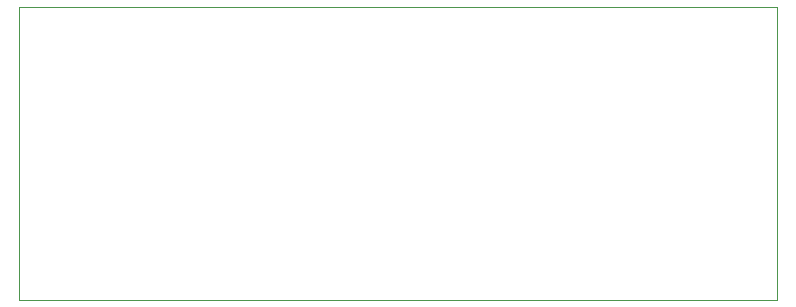
<source format=gbr>
G04*
G04 #@! TF.GenerationSoftware,Altium Limited,Altium Designer,22.4.2 (48)*
G04*
G04 Layer_Color=0*
%FSLAX25Y25*%
%MOIN*%
G70*
G04*
G04 #@! TF.SameCoordinates,35B363B0-4A87-487E-8715-F30847FC6155*
G04*
G04*
G04 #@! TF.FilePolarity,Positive*
G04*
G01*
G75*
%ADD53C,0.00100*%
D53*
X207500Y302500D02*
Y400000D01*
X460000D01*
Y302500D01*
X207500D01*
M02*

</source>
